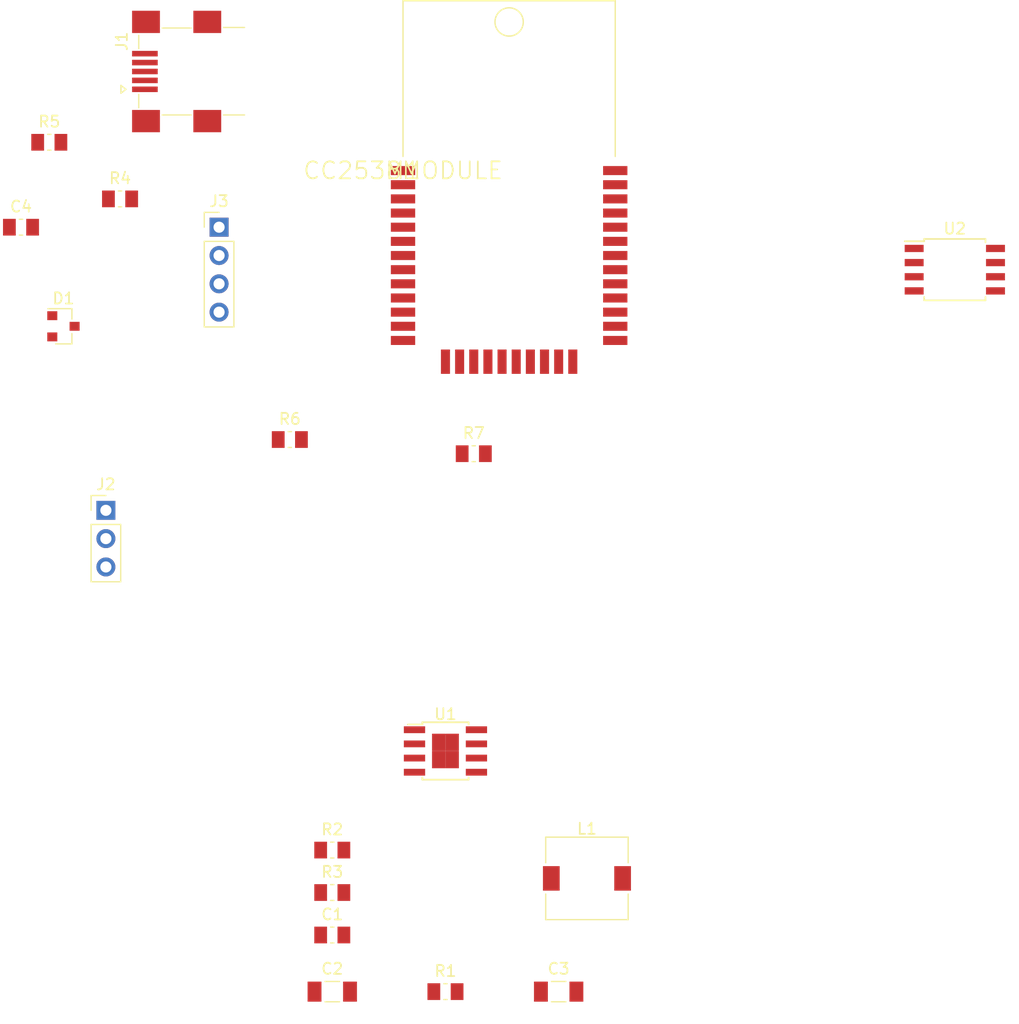
<source format=kicad_pcb>
(kicad_pcb (version 4) (host pcbnew 4.0.7-e2-6376~58~ubuntu14.04.1)

  (general
    (links 57)
    (no_connects 57)
    (area 0 0 0 0)
    (thickness 1.6)
    (drawings 0)
    (tracks 0)
    (zones 0)
    (modules 19)
    (nets 43)
  )

  (page A4)
  (layers
    (0 F.Cu signal)
    (31 B.Cu signal)
    (32 B.Adhes user)
    (33 F.Adhes user)
    (34 B.Paste user)
    (35 F.Paste user)
    (36 B.SilkS user)
    (37 F.SilkS user)
    (38 B.Mask user)
    (39 F.Mask user)
    (40 Dwgs.User user)
    (41 Cmts.User user)
    (42 Eco1.User user)
    (43 Eco2.User user)
    (44 Edge.Cuts user)
    (45 Margin user)
    (46 B.CrtYd user)
    (47 F.CrtYd user)
    (48 B.Fab user)
    (49 F.Fab user)
  )

  (setup
    (last_trace_width 0.25)
    (trace_clearance 0.2)
    (zone_clearance 0.508)
    (zone_45_only no)
    (trace_min 0.2)
    (segment_width 0.2)
    (edge_width 0.15)
    (via_size 0.6)
    (via_drill 0.4)
    (via_min_size 0.4)
    (via_min_drill 0.3)
    (uvia_size 0.3)
    (uvia_drill 0.1)
    (uvias_allowed no)
    (uvia_min_size 0.2)
    (uvia_min_drill 0.1)
    (pcb_text_width 0.3)
    (pcb_text_size 1.5 1.5)
    (mod_edge_width 0.15)
    (mod_text_size 1 1)
    (mod_text_width 0.15)
    (pad_size 1.524 1.524)
    (pad_drill 0.762)
    (pad_to_mask_clearance 0.2)
    (aux_axis_origin 0 0)
    (visible_elements FFFFFF7F)
    (pcbplotparams
      (layerselection 0x00030_80000001)
      (usegerberextensions false)
      (excludeedgelayer true)
      (linewidth 0.100000)
      (plotframeref false)
      (viasonmask false)
      (mode 1)
      (useauxorigin false)
      (hpglpennumber 1)
      (hpglpenspeed 20)
      (hpglpendiameter 15)
      (hpglpenoverlay 2)
      (psnegative false)
      (psa4output false)
      (plotreference true)
      (plotvalue true)
      (plotinvisibletext false)
      (padsonsilk false)
      (subtractmaskfromsilk false)
      (outputformat 1)
      (mirror false)
      (drillshape 1)
      (scaleselection 1)
      (outputdirectory ""))
  )

  (net 0 "")
  (net 1 Vin)
  (net 2 GND)
  (net 3 +3V3)
  (net 4 "Net-(L1-Pad1)")
  (net 5 "Net-(R1-Pad2)")
  (net 6 "Net-(R2-Pad2)")
  (net 7 "Net-(M1-Pad3)")
  (net 8 "Net-(M1-Pad4)")
  (net 9 "Net-(M1-Pad5)")
  (net 10 "Net-(M1-Pad6)")
  (net 11 "Net-(M1-Pad7)")
  (net 12 "Net-(M1-Pad8)")
  (net 13 "Net-(M1-Pad9)")
  (net 14 "Net-(M1-Pad10)")
  (net 15 "Net-(M1-Pad11)")
  (net 16 /USB_P)
  (net 17 "Net-(M1-Pad15)")
  (net 18 "Net-(M1-Pad16)")
  (net 19 "Net-(M1-Pad17)")
  (net 20 "Net-(M1-Pad18)")
  (net 21 "Net-(M1-Pad19)")
  (net 22 "Net-(M1-Pad20)")
  (net 23 /UART0_RX)
  (net 24 /UART0_TX)
  (net 25 /SPI_CLK)
  (net 26 /BOOT)
  (net 27 /SPI_TX_MOSI)
  (net 28 /SPI_RX_MISO)
  (net 29 "Net-(M1-Pad29)")
  (net 30 "Net-(M1-Pad30)")
  (net 31 /SPI_FLASH_CS)
  (net 32 "Net-(M1-Pad32)")
  (net 33 "Net-(M1-Pad33)")
  (net 34 "Net-(M1-Pad34)")
  (net 35 "Net-(M1-Pad35)")
  (net 36 /USB_PULL)
  (net 37 "Net-(J1-Pad3)")
  (net 38 "Net-(J1-Pad2)")
  (net 39 /USB_N)
  (net 40 /EXT_Vin)
  (net 41 /USB_5V)
  (net 42 "Net-(J1-Pad4)")

  (net_class Default "This is the default net class."
    (clearance 0.2)
    (trace_width 0.25)
    (via_dia 0.6)
    (via_drill 0.4)
    (uvia_dia 0.3)
    (uvia_drill 0.1)
    (add_net +3V3)
    (add_net /BOOT)
    (add_net /EXT_Vin)
    (add_net /SPI_CLK)
    (add_net /SPI_FLASH_CS)
    (add_net /SPI_RX_MISO)
    (add_net /SPI_TX_MOSI)
    (add_net /UART0_RX)
    (add_net /UART0_TX)
    (add_net /USB_5V)
    (add_net /USB_N)
    (add_net /USB_P)
    (add_net /USB_PULL)
    (add_net GND)
    (add_net "Net-(J1-Pad2)")
    (add_net "Net-(J1-Pad3)")
    (add_net "Net-(J1-Pad4)")
    (add_net "Net-(L1-Pad1)")
    (add_net "Net-(M1-Pad10)")
    (add_net "Net-(M1-Pad11)")
    (add_net "Net-(M1-Pad15)")
    (add_net "Net-(M1-Pad16)")
    (add_net "Net-(M1-Pad17)")
    (add_net "Net-(M1-Pad18)")
    (add_net "Net-(M1-Pad19)")
    (add_net "Net-(M1-Pad20)")
    (add_net "Net-(M1-Pad29)")
    (add_net "Net-(M1-Pad3)")
    (add_net "Net-(M1-Pad30)")
    (add_net "Net-(M1-Pad32)")
    (add_net "Net-(M1-Pad33)")
    (add_net "Net-(M1-Pad34)")
    (add_net "Net-(M1-Pad35)")
    (add_net "Net-(M1-Pad4)")
    (add_net "Net-(M1-Pad5)")
    (add_net "Net-(M1-Pad6)")
    (add_net "Net-(M1-Pad7)")
    (add_net "Net-(M1-Pad8)")
    (add_net "Net-(M1-Pad9)")
    (add_net "Net-(R1-Pad2)")
    (add_net "Net-(R2-Pad2)")
    (add_net Vin)
  )

  (module Capacitor_SMD:C_0805_2012Metric_Pad1.15x1.50mm_HandSolder (layer F.Cu) (tedit 59FE48B8) (tstamp 5A9C2BF2)
    (at 135.89 109.22)
    (descr "Capacitor SMD 0805 (2012 Metric), square (rectangular) end terminal, IPC_7351 nominal with elongated pad for handsoldering. (Body size source: http://www.tortai-tech.com/upload/download/2011102023233369053.pdf), generated with kicad-footprint-generator")
    (tags "capacitor handsolder")
    (path /5A9BA430)
    (attr smd)
    (fp_text reference C1 (at 0 -1.85) (layer F.SilkS)
      (effects (font (size 1 1) (thickness 0.15)))
    )
    (fp_text value 0.1u (at 0 1.85) (layer F.Fab)
      (effects (font (size 1 1) (thickness 0.15)))
    )
    (fp_line (start -1 0.6) (end -1 -0.6) (layer F.Fab) (width 0.1))
    (fp_line (start -1 -0.6) (end 1 -0.6) (layer F.Fab) (width 0.1))
    (fp_line (start 1 -0.6) (end 1 0.6) (layer F.Fab) (width 0.1))
    (fp_line (start 1 0.6) (end -1 0.6) (layer F.Fab) (width 0.1))
    (fp_line (start -0.15 -0.71) (end 0.15 -0.71) (layer F.SilkS) (width 0.12))
    (fp_line (start -0.15 0.71) (end 0.15 0.71) (layer F.SilkS) (width 0.12))
    (fp_line (start -1.86 1) (end -1.86 -1) (layer F.CrtYd) (width 0.05))
    (fp_line (start -1.86 -1) (end 1.86 -1) (layer F.CrtYd) (width 0.05))
    (fp_line (start 1.86 -1) (end 1.86 1) (layer F.CrtYd) (width 0.05))
    (fp_line (start 1.86 1) (end -1.86 1) (layer F.CrtYd) (width 0.05))
    (fp_text user %R (at 0 0) (layer F.Fab)
      (effects (font (size 0.5 0.5) (thickness 0.08)))
    )
    (pad 1 smd rect (at -1.0425 0) (size 1.145 1.5) (layers F.Cu F.Paste F.Mask)
      (net 1 Vin))
    (pad 2 smd rect (at 1.0425 0) (size 1.145 1.5) (layers F.Cu F.Paste F.Mask)
      (net 2 GND))
    (model ${KISYS3DMOD}/Capacitor_SMD.3dshapes/C_0805_2012Metric.wrl
      (at (xyz 0 0 0))
      (scale (xyz 1 1 1))
      (rotate (xyz 0 0 0))
    )
  )

  (module Capacitor_SMD:C_1206_3216Metric_Pad1.24x1.80mm_HandSolder (layer F.Cu) (tedit 59FE48B8) (tstamp 5A9C2C03)
    (at 135.89 114.3)
    (descr "Capacitor SMD 1206 (3216 Metric), square (rectangular) end terminal, IPC_7351 nominal with elongated pad for handsoldering. (Body size source: http://www.tortai-tech.com/upload/download/2011102023233369053.pdf), generated with kicad-footprint-generator")
    (tags "capacitor handsolder")
    (path /5A9B9C7C)
    (attr smd)
    (fp_text reference C2 (at 0 -2.05) (layer F.SilkS)
      (effects (font (size 1 1) (thickness 0.15)))
    )
    (fp_text value 10u (at 0 2.05) (layer F.Fab)
      (effects (font (size 1 1) (thickness 0.15)))
    )
    (fp_line (start -1.6 0.8) (end -1.6 -0.8) (layer F.Fab) (width 0.1))
    (fp_line (start -1.6 -0.8) (end 1.6 -0.8) (layer F.Fab) (width 0.1))
    (fp_line (start 1.6 -0.8) (end 1.6 0.8) (layer F.Fab) (width 0.1))
    (fp_line (start 1.6 0.8) (end -1.6 0.8) (layer F.Fab) (width 0.1))
    (fp_line (start -0.65 -0.91) (end 0.65 -0.91) (layer F.SilkS) (width 0.12))
    (fp_line (start -0.65 0.91) (end 0.65 0.91) (layer F.SilkS) (width 0.12))
    (fp_line (start -2.46 1.15) (end -2.46 -1.15) (layer F.CrtYd) (width 0.05))
    (fp_line (start -2.46 -1.15) (end 2.46 -1.15) (layer F.CrtYd) (width 0.05))
    (fp_line (start 2.46 -1.15) (end 2.46 1.15) (layer F.CrtYd) (width 0.05))
    (fp_line (start 2.46 1.15) (end -2.46 1.15) (layer F.CrtYd) (width 0.05))
    (fp_text user %R (at 0 0) (layer F.Fab)
      (effects (font (size 0.8 0.8) (thickness 0.12)))
    )
    (pad 1 smd rect (at -1.5925 0) (size 1.245 1.8) (layers F.Cu F.Paste F.Mask)
      (net 1 Vin))
    (pad 2 smd rect (at 1.5925 0) (size 1.245 1.8) (layers F.Cu F.Paste F.Mask)
      (net 2 GND))
    (model ${KISYS3DMOD}/Capacitor_SMD.3dshapes/C_1206_3216Metric.wrl
      (at (xyz 0 0 0))
      (scale (xyz 1 1 1))
      (rotate (xyz 0 0 0))
    )
  )

  (module Capacitor_SMD:C_1206_3216Metric_Pad1.24x1.80mm_HandSolder (layer F.Cu) (tedit 59FE48B8) (tstamp 5A9C2C14)
    (at 156.21 114.3)
    (descr "Capacitor SMD 1206 (3216 Metric), square (rectangular) end terminal, IPC_7351 nominal with elongated pad for handsoldering. (Body size source: http://www.tortai-tech.com/upload/download/2011102023233369053.pdf), generated with kicad-footprint-generator")
    (tags "capacitor handsolder")
    (path /5A9BBF99)
    (attr smd)
    (fp_text reference C3 (at 0 -2.05) (layer F.SilkS)
      (effects (font (size 1 1) (thickness 0.15)))
    )
    (fp_text value 22u (at 0 2.05) (layer F.Fab)
      (effects (font (size 1 1) (thickness 0.15)))
    )
    (fp_line (start -1.6 0.8) (end -1.6 -0.8) (layer F.Fab) (width 0.1))
    (fp_line (start -1.6 -0.8) (end 1.6 -0.8) (layer F.Fab) (width 0.1))
    (fp_line (start 1.6 -0.8) (end 1.6 0.8) (layer F.Fab) (width 0.1))
    (fp_line (start 1.6 0.8) (end -1.6 0.8) (layer F.Fab) (width 0.1))
    (fp_line (start -0.65 -0.91) (end 0.65 -0.91) (layer F.SilkS) (width 0.12))
    (fp_line (start -0.65 0.91) (end 0.65 0.91) (layer F.SilkS) (width 0.12))
    (fp_line (start -2.46 1.15) (end -2.46 -1.15) (layer F.CrtYd) (width 0.05))
    (fp_line (start -2.46 -1.15) (end 2.46 -1.15) (layer F.CrtYd) (width 0.05))
    (fp_line (start 2.46 -1.15) (end 2.46 1.15) (layer F.CrtYd) (width 0.05))
    (fp_line (start 2.46 1.15) (end -2.46 1.15) (layer F.CrtYd) (width 0.05))
    (fp_text user %R (at 0 0) (layer F.Fab)
      (effects (font (size 0.8 0.8) (thickness 0.12)))
    )
    (pad 1 smd rect (at -1.5925 0) (size 1.245 1.8) (layers F.Cu F.Paste F.Mask)
      (net 3 +3V3))
    (pad 2 smd rect (at 1.5925 0) (size 1.245 1.8) (layers F.Cu F.Paste F.Mask)
      (net 2 GND))
    (model ${KISYS3DMOD}/Capacitor_SMD.3dshapes/C_1206_3216Metric.wrl
      (at (xyz 0 0 0))
      (scale (xyz 1 1 1))
      (rotate (xyz 0 0 0))
    )
  )

  (module Inductors_SMD:L_7.3x7.3_H4.5 (layer F.Cu) (tedit 5990349C) (tstamp 5A9C2C2D)
    (at 158.75 104.14)
    (descr "Choke, SMD, 7.3x7.3mm 4.5mm height")
    (tags "Choke SMD")
    (path /5A9BA97D)
    (attr smd)
    (fp_text reference L1 (at 0 -4.45) (layer F.SilkS)
      (effects (font (size 1 1) (thickness 0.15)))
    )
    (fp_text value 3R0 (at 0 4.45) (layer F.Fab)
      (effects (font (size 1 1) (thickness 0.15)))
    )
    (fp_text user %R (at 0 0) (layer F.Fab)
      (effects (font (size 1 1) (thickness 0.15)))
    )
    (fp_line (start 3.7 1.4) (end 3.7 3.7) (layer F.SilkS) (width 0.12))
    (fp_line (start 3.7 3.7) (end -3.7 3.7) (layer F.SilkS) (width 0.12))
    (fp_line (start -3.7 3.7) (end -3.7 1.4) (layer F.SilkS) (width 0.12))
    (fp_line (start -3.7 -1.4) (end -3.7 -3.7) (layer F.SilkS) (width 0.12))
    (fp_line (start -3.7 -3.7) (end 3.7 -3.7) (layer F.SilkS) (width 0.12))
    (fp_line (start 3.7 -3.7) (end 3.7 -1.4) (layer F.SilkS) (width 0.12))
    (fp_line (start -4.2 -3.9) (end -4.2 3.9) (layer F.CrtYd) (width 0.05))
    (fp_line (start -4.2 3.9) (end 4.2 3.9) (layer F.CrtYd) (width 0.05))
    (fp_line (start 4.2 3.9) (end 4.2 -3.9) (layer F.CrtYd) (width 0.05))
    (fp_line (start 4.2 -3.9) (end -4.2 -3.9) (layer F.CrtYd) (width 0.05))
    (fp_line (start 3.65 3.65) (end 3.65 1.4) (layer F.Fab) (width 0.1))
    (fp_line (start 3.65 -3.65) (end 3.65 -1.4) (layer F.Fab) (width 0.1))
    (fp_line (start -3.65 3.65) (end -3.65 1.4) (layer F.Fab) (width 0.1))
    (fp_line (start -3.65 -3.65) (end -3.65 -1.4) (layer F.Fab) (width 0.1))
    (fp_line (start 3.65 3.65) (end -3.65 3.65) (layer F.Fab) (width 0.1))
    (fp_line (start -3.65 -3.65) (end 3.65 -3.65) (layer F.Fab) (width 0.1))
    (fp_arc (start 0 0) (end 2.29 2.29) (angle 90) (layer F.Fab) (width 0.1))
    (fp_arc (start 0 0) (end -2.29 -2.29) (angle 90) (layer F.Fab) (width 0.1))
    (pad 1 smd rect (at -3.2 0) (size 1.5 2.2) (layers F.Cu F.Paste F.Mask)
      (net 4 "Net-(L1-Pad1)"))
    (pad 2 smd rect (at 3.2 0) (size 1.5 2.2) (layers F.Cu F.Paste F.Mask)
      (net 3 +3V3))
    (model ${KISYS3DMOD}/Inductors_SMD.3dshapes/L_7.3x7.3_H4.5.wrl
      (at (xyz 0 0 0))
      (scale (xyz 1 1 1))
      (rotate (xyz 0 0 0))
    )
  )

  (module Resistor_SMD:R_0805_2012Metric_Pad1.15x1.50mm_HandSolder (layer F.Cu) (tedit 59FE48B8) (tstamp 5A9C2C3E)
    (at 146.05 114.3)
    (descr "Resistor SMD 0805 (2012 Metric), square (rectangular) end terminal, IPC_7351 nominal with elongated pad for handsoldering. (Body size source: http://www.tortai-tech.com/upload/download/2011102023233369053.pdf), generated with kicad-footprint-generator")
    (tags "resistor handsolder")
    (path /5A9B9BF1)
    (attr smd)
    (fp_text reference R1 (at 0 -1.85) (layer F.SilkS)
      (effects (font (size 1 1) (thickness 0.15)))
    )
    (fp_text value 10k (at 0 1.85) (layer F.Fab)
      (effects (font (size 1 1) (thickness 0.15)))
    )
    (fp_line (start -1 0.6) (end -1 -0.6) (layer F.Fab) (width 0.1))
    (fp_line (start -1 -0.6) (end 1 -0.6) (layer F.Fab) (width 0.1))
    (fp_line (start 1 -0.6) (end 1 0.6) (layer F.Fab) (width 0.1))
    (fp_line (start 1 0.6) (end -1 0.6) (layer F.Fab) (width 0.1))
    (fp_line (start -0.15 -0.71) (end 0.15 -0.71) (layer F.SilkS) (width 0.12))
    (fp_line (start -0.15 0.71) (end 0.15 0.71) (layer F.SilkS) (width 0.12))
    (fp_line (start -1.86 1) (end -1.86 -1) (layer F.CrtYd) (width 0.05))
    (fp_line (start -1.86 -1) (end 1.86 -1) (layer F.CrtYd) (width 0.05))
    (fp_line (start 1.86 -1) (end 1.86 1) (layer F.CrtYd) (width 0.05))
    (fp_line (start 1.86 1) (end -1.86 1) (layer F.CrtYd) (width 0.05))
    (fp_text user %R (at 0 0) (layer F.Fab)
      (effects (font (size 0.5 0.5) (thickness 0.08)))
    )
    (pad 1 smd rect (at -1.0425 0) (size 1.145 1.5) (layers F.Cu F.Paste F.Mask)
      (net 1 Vin))
    (pad 2 smd rect (at 1.0425 0) (size 1.145 1.5) (layers F.Cu F.Paste F.Mask)
      (net 5 "Net-(R1-Pad2)"))
    (model ${KISYS3DMOD}/Resistor_SMD.3dshapes/R_0805_2012Metric.wrl
      (at (xyz 0 0 0))
      (scale (xyz 1 1 1))
      (rotate (xyz 0 0 0))
    )
  )

  (module Resistor_SMD:R_0805_2012Metric_Pad1.15x1.50mm_HandSolder (layer F.Cu) (tedit 59FE48B8) (tstamp 5A9C2C4F)
    (at 135.89 101.6)
    (descr "Resistor SMD 0805 (2012 Metric), square (rectangular) end terminal, IPC_7351 nominal with elongated pad for handsoldering. (Body size source: http://www.tortai-tech.com/upload/download/2011102023233369053.pdf), generated with kicad-footprint-generator")
    (tags "resistor handsolder")
    (path /5A9BA91C)
    (attr smd)
    (fp_text reference R2 (at 0 -1.85) (layer F.SilkS)
      (effects (font (size 1 1) (thickness 0.15)))
    )
    (fp_text value 62.5k (at 0 1.85) (layer F.Fab)
      (effects (font (size 1 1) (thickness 0.15)))
    )
    (fp_line (start -1 0.6) (end -1 -0.6) (layer F.Fab) (width 0.1))
    (fp_line (start -1 -0.6) (end 1 -0.6) (layer F.Fab) (width 0.1))
    (fp_line (start 1 -0.6) (end 1 0.6) (layer F.Fab) (width 0.1))
    (fp_line (start 1 0.6) (end -1 0.6) (layer F.Fab) (width 0.1))
    (fp_line (start -0.15 -0.71) (end 0.15 -0.71) (layer F.SilkS) (width 0.12))
    (fp_line (start -0.15 0.71) (end 0.15 0.71) (layer F.SilkS) (width 0.12))
    (fp_line (start -1.86 1) (end -1.86 -1) (layer F.CrtYd) (width 0.05))
    (fp_line (start -1.86 -1) (end 1.86 -1) (layer F.CrtYd) (width 0.05))
    (fp_line (start 1.86 -1) (end 1.86 1) (layer F.CrtYd) (width 0.05))
    (fp_line (start 1.86 1) (end -1.86 1) (layer F.CrtYd) (width 0.05))
    (fp_text user %R (at 0 0) (layer F.Fab)
      (effects (font (size 0.5 0.5) (thickness 0.08)))
    )
    (pad 1 smd rect (at -1.0425 0) (size 1.145 1.5) (layers F.Cu F.Paste F.Mask)
      (net 3 +3V3))
    (pad 2 smd rect (at 1.0425 0) (size 1.145 1.5) (layers F.Cu F.Paste F.Mask)
      (net 6 "Net-(R2-Pad2)"))
    (model ${KISYS3DMOD}/Resistor_SMD.3dshapes/R_0805_2012Metric.wrl
      (at (xyz 0 0 0))
      (scale (xyz 1 1 1))
      (rotate (xyz 0 0 0))
    )
  )

  (module Resistor_SMD:R_0805_2012Metric_Pad1.15x1.50mm_HandSolder (layer F.Cu) (tedit 59FE48B8) (tstamp 5A9C2C60)
    (at 135.89 105.41)
    (descr "Resistor SMD 0805 (2012 Metric), square (rectangular) end terminal, IPC_7351 nominal with elongated pad for handsoldering. (Body size source: http://www.tortai-tech.com/upload/download/2011102023233369053.pdf), generated with kicad-footprint-generator")
    (tags "resistor handsolder")
    (path /5A9BADAC)
    (attr smd)
    (fp_text reference R3 (at 0 -1.85) (layer F.SilkS)
      (effects (font (size 1 1) (thickness 0.15)))
    )
    (fp_text value 20k (at 0 1.85) (layer F.Fab)
      (effects (font (size 1 1) (thickness 0.15)))
    )
    (fp_line (start -1 0.6) (end -1 -0.6) (layer F.Fab) (width 0.1))
    (fp_line (start -1 -0.6) (end 1 -0.6) (layer F.Fab) (width 0.1))
    (fp_line (start 1 -0.6) (end 1 0.6) (layer F.Fab) (width 0.1))
    (fp_line (start 1 0.6) (end -1 0.6) (layer F.Fab) (width 0.1))
    (fp_line (start -0.15 -0.71) (end 0.15 -0.71) (layer F.SilkS) (width 0.12))
    (fp_line (start -0.15 0.71) (end 0.15 0.71) (layer F.SilkS) (width 0.12))
    (fp_line (start -1.86 1) (end -1.86 -1) (layer F.CrtYd) (width 0.05))
    (fp_line (start -1.86 -1) (end 1.86 -1) (layer F.CrtYd) (width 0.05))
    (fp_line (start 1.86 -1) (end 1.86 1) (layer F.CrtYd) (width 0.05))
    (fp_line (start 1.86 1) (end -1.86 1) (layer F.CrtYd) (width 0.05))
    (fp_text user %R (at 0 0) (layer F.Fab)
      (effects (font (size 0.5 0.5) (thickness 0.08)))
    )
    (pad 1 smd rect (at -1.0425 0) (size 1.145 1.5) (layers F.Cu F.Paste F.Mask)
      (net 6 "Net-(R2-Pad2)"))
    (pad 2 smd rect (at 1.0425 0) (size 1.145 1.5) (layers F.Cu F.Paste F.Mask)
      (net 2 GND))
    (model ${KISYS3DMOD}/Resistor_SMD.3dshapes/R_0805_2012Metric.wrl
      (at (xyz 0 0 0))
      (scale (xyz 1 1 1))
      (rotate (xyz 0 0 0))
    )
  )

  (module Package_SO:TI_SO-PowerPAD-8 (layer F.Cu) (tedit 5A02F2D3) (tstamp 5A9C2C81)
    (at 146.05 92.71)
    (descr "8-Lead Plastic PSOP, Exposed Die Pad (TI DDA0008B, see http://www.ti.com/lit/ds/symlink/lm3404.pdf)")
    (tags "SSOP 0.50 exposed pad")
    (path /5A9B9B67)
    (attr smd)
    (fp_text reference U1 (at 0 -3.3) (layer F.SilkS)
      (effects (font (size 1 1) (thickness 0.15)))
    )
    (fp_text value ST1S10PHR (at 0 3.4) (layer F.Fab)
      (effects (font (size 1 1) (thickness 0.15)))
    )
    (fp_line (start -0.95 -2.45) (end 1.95 -2.45) (layer F.Fab) (width 0.15))
    (fp_line (start 1.95 -2.45) (end 1.95 2.45) (layer F.Fab) (width 0.15))
    (fp_line (start 1.95 2.45) (end -1.95 2.45) (layer F.Fab) (width 0.15))
    (fp_line (start -1.95 2.45) (end -1.95 -1.45) (layer F.Fab) (width 0.15))
    (fp_line (start -1.95 -1.45) (end -0.95 -2.45) (layer F.Fab) (width 0.15))
    (fp_line (start -4 -2.7) (end -4 2.7) (layer F.CrtYd) (width 0.05))
    (fp_line (start 4 -2.7) (end 4 2.7) (layer F.CrtYd) (width 0.05))
    (fp_line (start -4 -2.7) (end 4 -2.7) (layer F.CrtYd) (width 0.05))
    (fp_line (start -4 2.7) (end 4 2.7) (layer F.CrtYd) (width 0.05))
    (fp_line (start -2.075 -2.575) (end -2.075 -2.375) (layer F.SilkS) (width 0.15))
    (fp_line (start 2.075 -2.575) (end 2.075 -2.375) (layer F.SilkS) (width 0.15))
    (fp_line (start 2.075 2.575) (end 2.075 2.375) (layer F.SilkS) (width 0.15))
    (fp_line (start -2.075 2.575) (end -2.075 2.375) (layer F.SilkS) (width 0.15))
    (fp_line (start -2.075 -2.575) (end 2.075 -2.575) (layer F.SilkS) (width 0.15))
    (fp_line (start -2.075 2.575) (end 2.075 2.575) (layer F.SilkS) (width 0.15))
    (fp_line (start -2.075 -2.375) (end -3.375 -2.375) (layer F.SilkS) (width 0.15))
    (fp_text user %R (at 0 0) (layer F.Fab)
      (effects (font (size 1 1) (thickness 0.15)))
    )
    (pad 1 smd rect (at -2.78 -1.905) (size 1.91 0.61) (layers F.Cu F.Paste F.Mask)
      (net 1 Vin))
    (pad 2 smd rect (at -2.78 -0.635) (size 1.91 0.61) (layers F.Cu F.Paste F.Mask)
      (net 5 "Net-(R1-Pad2)"))
    (pad 3 smd rect (at -2.78 0.635) (size 1.91 0.61) (layers F.Cu F.Paste F.Mask)
      (net 6 "Net-(R2-Pad2)"))
    (pad 4 smd rect (at -2.78 1.905) (size 1.91 0.61) (layers F.Cu F.Paste F.Mask)
      (net 2 GND))
    (pad 5 smd rect (at 2.78 1.905) (size 1.91 0.61) (layers F.Cu F.Paste F.Mask)
      (net 2 GND))
    (pad 6 smd rect (at 2.78 0.635) (size 1.91 0.61) (layers F.Cu F.Paste F.Mask)
      (net 1 Vin))
    (pad 7 smd rect (at 2.78 -0.635) (size 1.91 0.61) (layers F.Cu F.Paste F.Mask)
      (net 4 "Net-(L1-Pad1)"))
    (pad 8 smd rect (at 2.78 -1.905) (size 1.91 0.61) (layers F.Cu F.Paste F.Mask)
      (net 2 GND))
    (pad 9 smd rect (at 0.6025 0.775) (size 1.205 1.55) (layers F.Cu F.Paste F.Mask)
      (net 2 GND) (solder_paste_margin_ratio -0.2))
    (pad 9 smd rect (at 0.6025 -0.775) (size 1.205 1.55) (layers F.Cu F.Paste F.Mask)
      (net 2 GND) (solder_paste_margin_ratio -0.2))
    (pad 9 smd rect (at -0.6025 0.775) (size 1.205 1.55) (layers F.Cu F.Paste F.Mask)
      (net 2 GND) (solder_paste_margin_ratio -0.2))
    (pad 9 smd rect (at -0.6025 -0.775) (size 1.205 1.55) (layers F.Cu F.Paste F.Mask)
      (net 2 GND) (solder_paste_margin_ratio -0.2))
    (model ${KISYS3DMOD}/Package_SO.3dshapes/TI_SO-PowerPAD-8.wrl
      (at (xyz 0 0 0))
      (scale (xyz 1 1 1))
      (rotate (xyz 0 0 0))
    )
  )

  (module Capacitor_SMD:C_0805_2012Metric_Pad1.15x1.50mm_HandSolder (layer F.Cu) (tedit 59FE48B8) (tstamp 5A9C54C6)
    (at 107.95 45.72)
    (descr "Capacitor SMD 0805 (2012 Metric), square (rectangular) end terminal, IPC_7351 nominal with elongated pad for handsoldering. (Body size source: http://www.tortai-tech.com/upload/download/2011102023233369053.pdf), generated with kicad-footprint-generator")
    (tags "capacitor handsolder")
    (path /5A9C3D26)
    (attr smd)
    (fp_text reference C4 (at 0 -1.85) (layer F.SilkS)
      (effects (font (size 1 1) (thickness 0.15)))
    )
    (fp_text value 0.1u (at 0 1.85) (layer F.Fab)
      (effects (font (size 1 1) (thickness 0.15)))
    )
    (fp_line (start -1 0.6) (end -1 -0.6) (layer F.Fab) (width 0.1))
    (fp_line (start -1 -0.6) (end 1 -0.6) (layer F.Fab) (width 0.1))
    (fp_line (start 1 -0.6) (end 1 0.6) (layer F.Fab) (width 0.1))
    (fp_line (start 1 0.6) (end -1 0.6) (layer F.Fab) (width 0.1))
    (fp_line (start -0.15 -0.71) (end 0.15 -0.71) (layer F.SilkS) (width 0.12))
    (fp_line (start -0.15 0.71) (end 0.15 0.71) (layer F.SilkS) (width 0.12))
    (fp_line (start -1.86 1) (end -1.86 -1) (layer F.CrtYd) (width 0.05))
    (fp_line (start -1.86 -1) (end 1.86 -1) (layer F.CrtYd) (width 0.05))
    (fp_line (start 1.86 -1) (end 1.86 1) (layer F.CrtYd) (width 0.05))
    (fp_line (start 1.86 1) (end -1.86 1) (layer F.CrtYd) (width 0.05))
    (fp_text user %R (at 0 0) (layer F.Fab)
      (effects (font (size 0.5 0.5) (thickness 0.08)))
    )
    (pad 1 smd rect (at -1.0425 0) (size 1.145 1.5) (layers F.Cu F.Paste F.Mask)
      (net 3 +3V3))
    (pad 2 smd rect (at 1.0425 0) (size 1.145 1.5) (layers F.Cu F.Paste F.Mask)
      (net 2 GND))
    (model ${KISYS3DMOD}/Capacitor_SMD.3dshapes/C_0805_2012Metric.wrl
      (at (xyz 0 0 0))
      (scale (xyz 1 1 1))
      (rotate (xyz 0 0 0))
    )
  )

  (module Package_TO_SOT_SMD:SOT-23 (layer F.Cu) (tedit 5A02FF57) (tstamp 5A9C54DB)
    (at 111.76 54.61)
    (descr "SOT-23, Standard")
    (tags SOT-23)
    (path /5A9CC512)
    (attr smd)
    (fp_text reference D1 (at 0 -2.5) (layer F.SilkS)
      (effects (font (size 1 1) (thickness 0.15)))
    )
    (fp_text value BAT54C (at 0 2.5) (layer F.Fab)
      (effects (font (size 1 1) (thickness 0.15)))
    )
    (fp_text user %R (at 0 0 90) (layer F.Fab)
      (effects (font (size 0.5 0.5) (thickness 0.075)))
    )
    (fp_line (start -0.7 -0.95) (end -0.7 1.5) (layer F.Fab) (width 0.1))
    (fp_line (start -0.15 -1.52) (end 0.7 -1.52) (layer F.Fab) (width 0.1))
    (fp_line (start -0.7 -0.95) (end -0.15 -1.52) (layer F.Fab) (width 0.1))
    (fp_line (start 0.7 -1.52) (end 0.7 1.52) (layer F.Fab) (width 0.1))
    (fp_line (start -0.7 1.52) (end 0.7 1.52) (layer F.Fab) (width 0.1))
    (fp_line (start 0.76 1.58) (end 0.76 0.65) (layer F.SilkS) (width 0.12))
    (fp_line (start 0.76 -1.58) (end 0.76 -0.65) (layer F.SilkS) (width 0.12))
    (fp_line (start -1.7 -1.75) (end 1.7 -1.75) (layer F.CrtYd) (width 0.05))
    (fp_line (start 1.7 -1.75) (end 1.7 1.75) (layer F.CrtYd) (width 0.05))
    (fp_line (start 1.7 1.75) (end -1.7 1.75) (layer F.CrtYd) (width 0.05))
    (fp_line (start -1.7 1.75) (end -1.7 -1.75) (layer F.CrtYd) (width 0.05))
    (fp_line (start 0.76 -1.58) (end -1.4 -1.58) (layer F.SilkS) (width 0.12))
    (fp_line (start 0.76 1.58) (end -0.7 1.58) (layer F.SilkS) (width 0.12))
    (pad 1 smd rect (at -1 -0.95) (size 0.9 0.8) (layers F.Cu F.Paste F.Mask)
      (net 40 /EXT_Vin))
    (pad 2 smd rect (at -1 0.95) (size 0.9 0.8) (layers F.Cu F.Paste F.Mask)
      (net 41 /USB_5V))
    (pad 3 smd rect (at 1 0) (size 0.9 0.8) (layers F.Cu F.Paste F.Mask)
      (net 1 Vin))
    (model ${KISYS3DMOD}/Package_TO_SOT_SMD.3dshapes/SOT-23.wrl
      (at (xyz 0 0 0))
      (scale (xyz 1 1 1))
      (rotate (xyz 0 0 0))
    )
  )

  (module 0_levap_rf:0_levap_rf-CC2538MODULE (layer F.Cu) (tedit 200000) (tstamp 5A9C5507)
    (at 142.24 40.64)
    (path /5A9C2B04)
    (attr smd)
    (fp_text reference M1 (at 0 0) (layer F.SilkS)
      (effects (font (thickness 0.15)))
    )
    (fp_text value CC2538MODULE (at 0 0) (layer F.SilkS)
      (effects (font (thickness 0.15)))
    )
    (fp_line (start 0 -15.24) (end 19.05 -15.24) (layer F.SilkS) (width 0.127))
    (fp_line (start 0 -15.24) (end 0 -1.27) (layer F.SilkS) (width 0.127))
    (fp_line (start 19.05 -15.24) (end 19.05 -1.27) (layer F.SilkS) (width 0.127))
    (fp_circle (center 9.525 -13.335) (end 9.525 -14.605) (layer F.SilkS) (width 0.127))
    (pad 1 smd rect (at 0 0) (size 2.18186 0.8128) (layers F.Cu F.Paste F.Mask)
      (net 3 +3V3))
    (pad 2 smd rect (at 0 1.27) (size 2.18186 0.8128) (layers F.Cu F.Paste F.Mask)
      (net 2 GND))
    (pad 3 smd rect (at 0 2.54) (size 2.18186 0.8128) (layers F.Cu F.Paste F.Mask)
      (net 7 "Net-(M1-Pad3)"))
    (pad 4 smd rect (at 0 3.81) (size 2.18186 0.8128) (layers F.Cu F.Paste F.Mask)
      (net 8 "Net-(M1-Pad4)"))
    (pad 5 smd rect (at 0 5.08) (size 2.18186 0.8128) (layers F.Cu F.Paste F.Mask)
      (net 9 "Net-(M1-Pad5)"))
    (pad 6 smd rect (at 0 6.35) (size 2.18186 0.8128) (layers F.Cu F.Paste F.Mask)
      (net 10 "Net-(M1-Pad6)"))
    (pad 7 smd rect (at 0 7.62) (size 2.18186 0.8128) (layers F.Cu F.Paste F.Mask)
      (net 11 "Net-(M1-Pad7)"))
    (pad 8 smd rect (at 0 8.89) (size 2.18186 0.8128) (layers F.Cu F.Paste F.Mask)
      (net 12 "Net-(M1-Pad8)"))
    (pad 9 smd rect (at 0 10.16) (size 2.18186 0.8128) (layers F.Cu F.Paste F.Mask)
      (net 13 "Net-(M1-Pad9)"))
    (pad 10 smd rect (at 0 11.43) (size 2.18186 0.8128) (layers F.Cu F.Paste F.Mask)
      (net 14 "Net-(M1-Pad10)"))
    (pad 11 smd rect (at 0 12.7) (size 2.18186 0.8128) (layers F.Cu F.Paste F.Mask)
      (net 15 "Net-(M1-Pad11)"))
    (pad 12 smd rect (at 0 13.97) (size 2.18186 0.8128) (layers F.Cu F.Paste F.Mask)
      (net 16 /USB_P))
    (pad 13 smd rect (at 0 15.24) (size 2.18186 0.8128) (layers F.Cu F.Paste F.Mask)
      (net 39 /USB_N))
    (pad 14 smd rect (at 3.81 17.145 90) (size 2.18186 0.8128) (layers F.Cu F.Paste F.Mask)
      (net 2 GND))
    (pad 15 smd rect (at 5.08 17.145 90) (size 2.18186 0.8128) (layers F.Cu F.Paste F.Mask)
      (net 17 "Net-(M1-Pad15)"))
    (pad 16 smd rect (at 6.35 17.145 90) (size 2.18186 0.8128) (layers F.Cu F.Paste F.Mask)
      (net 18 "Net-(M1-Pad16)"))
    (pad 17 smd rect (at 7.62 17.145 90) (size 2.18186 0.8128) (layers F.Cu F.Paste F.Mask)
      (net 19 "Net-(M1-Pad17)"))
    (pad 18 smd rect (at 8.89 17.145 90) (size 2.18186 0.8128) (layers F.Cu F.Paste F.Mask)
      (net 20 "Net-(M1-Pad18)"))
    (pad 19 smd rect (at 10.16 17.145 90) (size 2.18186 0.8128) (layers F.Cu F.Paste F.Mask)
      (net 21 "Net-(M1-Pad19)"))
    (pad 20 smd rect (at 11.43 17.145 90) (size 2.18186 0.8128) (layers F.Cu F.Paste F.Mask)
      (net 22 "Net-(M1-Pad20)"))
    (pad 21 smd rect (at 12.7 17.145 90) (size 2.18186 0.8128) (layers F.Cu F.Paste F.Mask)
      (net 36 /USB_PULL))
    (pad 22 smd rect (at 13.97 17.145 90) (size 2.18186 0.8128) (layers F.Cu F.Paste F.Mask)
      (net 23 /UART0_RX))
    (pad 23 smd rect (at 15.24 17.145 90) (size 2.18186 0.8128) (layers F.Cu F.Paste F.Mask)
      (net 24 /UART0_TX))
    (pad 24 smd rect (at 19.05 15.24) (size 2.18186 0.8128) (layers F.Cu F.Paste F.Mask)
      (net 2 GND))
    (pad 25 smd rect (at 19.05 13.97) (size 2.18186 0.8128) (layers F.Cu F.Paste F.Mask)
      (net 25 /SPI_CLK))
    (pad 26 smd rect (at 19.05 12.7) (size 2.18186 0.8128) (layers F.Cu F.Paste F.Mask)
      (net 26 /BOOT))
    (pad 27 smd rect (at 19.05 11.43) (size 2.18186 0.8128) (layers F.Cu F.Paste F.Mask)
      (net 27 /SPI_TX_MOSI))
    (pad 28 smd rect (at 19.05 10.16) (size 2.18186 0.8128) (layers F.Cu F.Paste F.Mask)
      (net 28 /SPI_RX_MISO))
    (pad 29 smd rect (at 19.05 8.89) (size 2.18186 0.8128) (layers F.Cu F.Paste F.Mask)
      (net 29 "Net-(M1-Pad29)"))
    (pad 30 smd rect (at 19.05 7.62) (size 2.18186 0.8128) (layers F.Cu F.Paste F.Mask)
      (net 30 "Net-(M1-Pad30)"))
    (pad 31 smd rect (at 19.05 6.35) (size 2.18186 0.8128) (layers F.Cu F.Paste F.Mask)
      (net 31 /SPI_FLASH_CS))
    (pad 32 smd rect (at 19.05 5.08) (size 2.18186 0.8128) (layers F.Cu F.Paste F.Mask)
      (net 32 "Net-(M1-Pad32)"))
    (pad 33 smd rect (at 19.05 3.81) (size 2.18186 0.8128) (layers F.Cu F.Paste F.Mask)
      (net 33 "Net-(M1-Pad33)"))
    (pad 34 smd rect (at 19.05 2.54) (size 2.18186 0.8128) (layers F.Cu F.Paste F.Mask)
      (net 34 "Net-(M1-Pad34)"))
    (pad 35 smd rect (at 19.05 1.27) (size 2.18186 0.8128) (layers F.Cu F.Paste F.Mask)
      (net 35 "Net-(M1-Pad35)"))
    (pad 36 smd rect (at 19.05 0) (size 2.18186 0.8128) (layers F.Cu F.Paste F.Mask)
      (net 2 GND))
  )

  (module Resistor_SMD:R_0805_2012Metric_Pad1.15x1.50mm_HandSolder (layer F.Cu) (tedit 59FE48B8) (tstamp 5A9C5518)
    (at 116.84 43.18)
    (descr "Resistor SMD 0805 (2012 Metric), square (rectangular) end terminal, IPC_7351 nominal with elongated pad for handsoldering. (Body size source: http://www.tortai-tech.com/upload/download/2011102023233369053.pdf), generated with kicad-footprint-generator")
    (tags "resistor handsolder")
    (path /5A9CCB3B)
    (attr smd)
    (fp_text reference R4 (at 0 -1.85) (layer F.SilkS)
      (effects (font (size 1 1) (thickness 0.15)))
    )
    (fp_text value 1.5k (at 0 1.85) (layer F.Fab)
      (effects (font (size 1 1) (thickness 0.15)))
    )
    (fp_line (start -1 0.6) (end -1 -0.6) (layer F.Fab) (width 0.1))
    (fp_line (start -1 -0.6) (end 1 -0.6) (layer F.Fab) (width 0.1))
    (fp_line (start 1 -0.6) (end 1 0.6) (layer F.Fab) (width 0.1))
    (fp_line (start 1 0.6) (end -1 0.6) (layer F.Fab) (width 0.1))
    (fp_line (start -0.15 -0.71) (end 0.15 -0.71) (layer F.SilkS) (width 0.12))
    (fp_line (start -0.15 0.71) (end 0.15 0.71) (layer F.SilkS) (width 0.12))
    (fp_line (start -1.86 1) (end -1.86 -1) (layer F.CrtYd) (width 0.05))
    (fp_line (start -1.86 -1) (end 1.86 -1) (layer F.CrtYd) (width 0.05))
    (fp_line (start 1.86 -1) (end 1.86 1) (layer F.CrtYd) (width 0.05))
    (fp_line (start 1.86 1) (end -1.86 1) (layer F.CrtYd) (width 0.05))
    (fp_text user %R (at 0 0) (layer F.Fab)
      (effects (font (size 0.5 0.5) (thickness 0.08)))
    )
    (pad 1 smd rect (at -1.0425 0) (size 1.145 1.5) (layers F.Cu F.Paste F.Mask)
      (net 36 /USB_PULL))
    (pad 2 smd rect (at 1.0425 0) (size 1.145 1.5) (layers F.Cu F.Paste F.Mask)
      (net 37 "Net-(J1-Pad3)"))
    (model ${KISYS3DMOD}/Resistor_SMD.3dshapes/R_0805_2012Metric.wrl
      (at (xyz 0 0 0))
      (scale (xyz 1 1 1))
      (rotate (xyz 0 0 0))
    )
  )

  (module Resistor_SMD:R_0805_2012Metric_Pad1.15x1.50mm_HandSolder (layer F.Cu) (tedit 59FE48B8) (tstamp 5A9C5529)
    (at 110.49 38.1)
    (descr "Resistor SMD 0805 (2012 Metric), square (rectangular) end terminal, IPC_7351 nominal with elongated pad for handsoldering. (Body size source: http://www.tortai-tech.com/upload/download/2011102023233369053.pdf), generated with kicad-footprint-generator")
    (tags "resistor handsolder")
    (path /5A9CCCB6)
    (attr smd)
    (fp_text reference R5 (at 0 -1.85) (layer F.SilkS)
      (effects (font (size 1 1) (thickness 0.15)))
    )
    (fp_text value 33 (at 0 1.85) (layer F.Fab)
      (effects (font (size 1 1) (thickness 0.15)))
    )
    (fp_line (start -1 0.6) (end -1 -0.6) (layer F.Fab) (width 0.1))
    (fp_line (start -1 -0.6) (end 1 -0.6) (layer F.Fab) (width 0.1))
    (fp_line (start 1 -0.6) (end 1 0.6) (layer F.Fab) (width 0.1))
    (fp_line (start 1 0.6) (end -1 0.6) (layer F.Fab) (width 0.1))
    (fp_line (start -0.15 -0.71) (end 0.15 -0.71) (layer F.SilkS) (width 0.12))
    (fp_line (start -0.15 0.71) (end 0.15 0.71) (layer F.SilkS) (width 0.12))
    (fp_line (start -1.86 1) (end -1.86 -1) (layer F.CrtYd) (width 0.05))
    (fp_line (start -1.86 -1) (end 1.86 -1) (layer F.CrtYd) (width 0.05))
    (fp_line (start 1.86 -1) (end 1.86 1) (layer F.CrtYd) (width 0.05))
    (fp_line (start 1.86 1) (end -1.86 1) (layer F.CrtYd) (width 0.05))
    (fp_text user %R (at 0 0) (layer F.Fab)
      (effects (font (size 0.5 0.5) (thickness 0.08)))
    )
    (pad 1 smd rect (at -1.0425 0) (size 1.145 1.5) (layers F.Cu F.Paste F.Mask)
      (net 37 "Net-(J1-Pad3)"))
    (pad 2 smd rect (at 1.0425 0) (size 1.145 1.5) (layers F.Cu F.Paste F.Mask)
      (net 16 /USB_P))
    (model ${KISYS3DMOD}/Resistor_SMD.3dshapes/R_0805_2012Metric.wrl
      (at (xyz 0 0 0))
      (scale (xyz 1 1 1))
      (rotate (xyz 0 0 0))
    )
  )

  (module Resistor_SMD:R_0805_2012Metric_Pad1.15x1.50mm_HandSolder (layer F.Cu) (tedit 59FE48B8) (tstamp 5A9C553A)
    (at 132.08 64.77)
    (descr "Resistor SMD 0805 (2012 Metric), square (rectangular) end terminal, IPC_7351 nominal with elongated pad for handsoldering. (Body size source: http://www.tortai-tech.com/upload/download/2011102023233369053.pdf), generated with kicad-footprint-generator")
    (tags "resistor handsolder")
    (path /5A9CD0DA)
    (attr smd)
    (fp_text reference R6 (at 0 -1.85) (layer F.SilkS)
      (effects (font (size 1 1) (thickness 0.15)))
    )
    (fp_text value 33 (at 0 1.85) (layer F.Fab)
      (effects (font (size 1 1) (thickness 0.15)))
    )
    (fp_line (start -1 0.6) (end -1 -0.6) (layer F.Fab) (width 0.1))
    (fp_line (start -1 -0.6) (end 1 -0.6) (layer F.Fab) (width 0.1))
    (fp_line (start 1 -0.6) (end 1 0.6) (layer F.Fab) (width 0.1))
    (fp_line (start 1 0.6) (end -1 0.6) (layer F.Fab) (width 0.1))
    (fp_line (start -0.15 -0.71) (end 0.15 -0.71) (layer F.SilkS) (width 0.12))
    (fp_line (start -0.15 0.71) (end 0.15 0.71) (layer F.SilkS) (width 0.12))
    (fp_line (start -1.86 1) (end -1.86 -1) (layer F.CrtYd) (width 0.05))
    (fp_line (start -1.86 -1) (end 1.86 -1) (layer F.CrtYd) (width 0.05))
    (fp_line (start 1.86 -1) (end 1.86 1) (layer F.CrtYd) (width 0.05))
    (fp_line (start 1.86 1) (end -1.86 1) (layer F.CrtYd) (width 0.05))
    (fp_text user %R (at 0 0) (layer F.Fab)
      (effects (font (size 0.5 0.5) (thickness 0.08)))
    )
    (pad 1 smd rect (at -1.0425 0) (size 1.145 1.5) (layers F.Cu F.Paste F.Mask)
      (net 38 "Net-(J1-Pad2)"))
    (pad 2 smd rect (at 1.0425 0) (size 1.145 1.5) (layers F.Cu F.Paste F.Mask)
      (net 39 /USB_N))
    (model ${KISYS3DMOD}/Resistor_SMD.3dshapes/R_0805_2012Metric.wrl
      (at (xyz 0 0 0))
      (scale (xyz 1 1 1))
      (rotate (xyz 0 0 0))
    )
  )

  (module Resistor_SMD:R_0805_2012Metric_Pad1.15x1.50mm_HandSolder (layer F.Cu) (tedit 59FE48B8) (tstamp 5A9C554B)
    (at 148.59 66.04)
    (descr "Resistor SMD 0805 (2012 Metric), square (rectangular) end terminal, IPC_7351 nominal with elongated pad for handsoldering. (Body size source: http://www.tortai-tech.com/upload/download/2011102023233369053.pdf), generated with kicad-footprint-generator")
    (tags "resistor handsolder")
    (path /5A9C68C3)
    (attr smd)
    (fp_text reference R7 (at 0 -1.85) (layer F.SilkS)
      (effects (font (size 1 1) (thickness 0.15)))
    )
    (fp_text value 10k (at 0 1.85) (layer F.Fab)
      (effects (font (size 1 1) (thickness 0.15)))
    )
    (fp_line (start -1 0.6) (end -1 -0.6) (layer F.Fab) (width 0.1))
    (fp_line (start -1 -0.6) (end 1 -0.6) (layer F.Fab) (width 0.1))
    (fp_line (start 1 -0.6) (end 1 0.6) (layer F.Fab) (width 0.1))
    (fp_line (start 1 0.6) (end -1 0.6) (layer F.Fab) (width 0.1))
    (fp_line (start -0.15 -0.71) (end 0.15 -0.71) (layer F.SilkS) (width 0.12))
    (fp_line (start -0.15 0.71) (end 0.15 0.71) (layer F.SilkS) (width 0.12))
    (fp_line (start -1.86 1) (end -1.86 -1) (layer F.CrtYd) (width 0.05))
    (fp_line (start -1.86 -1) (end 1.86 -1) (layer F.CrtYd) (width 0.05))
    (fp_line (start 1.86 -1) (end 1.86 1) (layer F.CrtYd) (width 0.05))
    (fp_line (start 1.86 1) (end -1.86 1) (layer F.CrtYd) (width 0.05))
    (fp_text user %R (at 0 0) (layer F.Fab)
      (effects (font (size 0.5 0.5) (thickness 0.08)))
    )
    (pad 1 smd rect (at -1.0425 0) (size 1.145 1.5) (layers F.Cu F.Paste F.Mask)
      (net 31 /SPI_FLASH_CS))
    (pad 2 smd rect (at 1.0425 0) (size 1.145 1.5) (layers F.Cu F.Paste F.Mask)
      (net 2 GND))
    (model ${KISYS3DMOD}/Resistor_SMD.3dshapes/R_0805_2012Metric.wrl
      (at (xyz 0 0 0))
      (scale (xyz 1 1 1))
      (rotate (xyz 0 0 0))
    )
  )

  (module Package_SO:SOIJ-8_5.3x5.3mm_P1.27mm (layer F.Cu) (tedit 5A02F2D3) (tstamp 5A9C5568)
    (at 191.77 49.53)
    (descr "8-Lead Plastic Small Outline (SM) - Medium, 5.28 mm Body [SOIC] (see Microchip Packaging Specification 00000049BS.pdf)")
    (tags "SOIC 1.27")
    (path /5A9BED7D)
    (attr smd)
    (fp_text reference U2 (at 0 -3.68) (layer F.SilkS)
      (effects (font (size 1 1) (thickness 0.15)))
    )
    (fp_text value M25PX32-VMW (at 0 3.68) (layer F.Fab)
      (effects (font (size 1 1) (thickness 0.15)))
    )
    (fp_text user %R (at 0 0) (layer F.Fab)
      (effects (font (size 1 1) (thickness 0.15)))
    )
    (fp_line (start -1.65 -2.65) (end 2.65 -2.65) (layer F.Fab) (width 0.15))
    (fp_line (start 2.65 -2.65) (end 2.65 2.65) (layer F.Fab) (width 0.15))
    (fp_line (start 2.65 2.65) (end -2.65 2.65) (layer F.Fab) (width 0.15))
    (fp_line (start -2.65 2.65) (end -2.65 -1.65) (layer F.Fab) (width 0.15))
    (fp_line (start -2.65 -1.65) (end -1.65 -2.65) (layer F.Fab) (width 0.15))
    (fp_line (start -4.75 -2.95) (end -4.75 2.95) (layer F.CrtYd) (width 0.05))
    (fp_line (start 4.75 -2.95) (end 4.75 2.95) (layer F.CrtYd) (width 0.05))
    (fp_line (start -4.75 -2.95) (end 4.75 -2.95) (layer F.CrtYd) (width 0.05))
    (fp_line (start -4.75 2.95) (end 4.75 2.95) (layer F.CrtYd) (width 0.05))
    (fp_line (start -2.75 -2.755) (end -2.75 -2.55) (layer F.SilkS) (width 0.15))
    (fp_line (start 2.75 -2.755) (end 2.75 -2.455) (layer F.SilkS) (width 0.15))
    (fp_line (start 2.75 2.755) (end 2.75 2.455) (layer F.SilkS) (width 0.15))
    (fp_line (start -2.75 2.755) (end -2.75 2.455) (layer F.SilkS) (width 0.15))
    (fp_line (start -2.75 -2.755) (end 2.75 -2.755) (layer F.SilkS) (width 0.15))
    (fp_line (start -2.75 2.755) (end 2.75 2.755) (layer F.SilkS) (width 0.15))
    (fp_line (start -2.75 -2.55) (end -4.5 -2.55) (layer F.SilkS) (width 0.15))
    (pad 1 smd rect (at -3.65 -1.905) (size 1.7 0.65) (layers F.Cu F.Paste F.Mask)
      (net 31 /SPI_FLASH_CS))
    (pad 2 smd rect (at -3.65 -0.635) (size 1.7 0.65) (layers F.Cu F.Paste F.Mask)
      (net 28 /SPI_RX_MISO))
    (pad 3 smd rect (at -3.65 0.635) (size 1.7 0.65) (layers F.Cu F.Paste F.Mask)
      (net 3 +3V3))
    (pad 4 smd rect (at -3.65 1.905) (size 1.7 0.65) (layers F.Cu F.Paste F.Mask)
      (net 2 GND))
    (pad 5 smd rect (at 3.65 1.905) (size 1.7 0.65) (layers F.Cu F.Paste F.Mask)
      (net 27 /SPI_TX_MOSI))
    (pad 6 smd rect (at 3.65 0.635) (size 1.7 0.65) (layers F.Cu F.Paste F.Mask)
      (net 25 /SPI_CLK))
    (pad 7 smd rect (at 3.65 -0.635) (size 1.7 0.65) (layers F.Cu F.Paste F.Mask)
      (net 3 +3V3))
    (pad 8 smd rect (at 3.65 -1.905) (size 1.7 0.65) (layers F.Cu F.Paste F.Mask)
      (net 3 +3V3))
    (model ${KISYS3DMOD}/Package_SO.3dshapes/SOIJ-8_5.3x5.3mm_P1.27mm.wrl
      (at (xyz 0 0 0))
      (scale (xyz 1 1 1))
      (rotate (xyz 0 0 0))
    )
  )

  (module Connector_USB:USB_Mini-B_Lumber_2486_Horizontal (layer F.Cu) (tedit 5A1DC0BD) (tstamp 5A9DD86D)
    (at 121.92 31.75 90)
    (descr "USB Mini-B 5-pin SMD connector, http://cdn-reichelt.de/documents/datenblatt/C160/DS_2486_01.pdf")
    (tags "USB USB_B USB_Mini connector")
    (path /5A9CB62C)
    (attr smd)
    (fp_text reference J1 (at 2.70901 -4.925334 90) (layer F.SilkS)
      (effects (font (size 1 1) (thickness 0.15)))
    )
    (fp_text value USB_B_Mini (at 0.00901 7.174666 90) (layer F.Fab)
      (effects (font (size 1 1) (thickness 0.15)))
    )
    (fp_text user %R (at 0 1.35 180) (layer F.Fab)
      (effects (font (size 1 1) (thickness 0.15)))
    )
    (fp_line (start 3.95 6.1) (end 3.95 4.2) (layer F.SilkS) (width 0.12))
    (fp_line (start 3.9 1.3) (end 3.9 -1.3) (layer F.SilkS) (width 0.12))
    (fp_line (start 2.05 -3.4) (end 3.25 -3.4) (layer F.SilkS) (width 0.12))
    (fp_line (start -3.25 -3.4) (end -2.05 -3.4) (layer F.SilkS) (width 0.12))
    (fp_line (start -3.9 1.3) (end -3.9 -1.3) (layer F.SilkS) (width 0.12))
    (fp_line (start -3.9 6.1) (end -3.9 4.2) (layer F.SilkS) (width 0.12))
    (fp_line (start -3 -3.35) (end -3.85 -2.45) (layer F.Fab) (width 0.12))
    (fp_line (start 3.85 6.05) (end 3.85 -3.35) (layer F.Fab) (width 0.12))
    (fp_line (start -3.85 6.05) (end 3.85 6.05) (layer F.Fab) (width 0.12))
    (fp_line (start -3.85 -2.45) (end -3.85 6.05) (layer F.Fab) (width 0.12))
    (fp_line (start -1.25 -5) (end -1.6 -4.55) (layer F.SilkS) (width 0.12))
    (fp_line (start -1.95 -5) (end -1.25 -5) (layer F.SilkS) (width 0.12))
    (fp_line (start -1.6 -4.55) (end -1.95 -5) (layer F.SilkS) (width 0.12))
    (fp_line (start -3 -3.35) (end 3.85 -3.35) (layer F.Fab) (width 0.12))
    (fp_line (start -5.7 6.3) (end -5.7 -4.25) (layer F.CrtYd) (width 0.05))
    (fp_line (start -5.7 6.3) (end 5.7 6.3) (layer F.CrtYd) (width 0.05))
    (fp_line (start 5.7 -4.25) (end -5.7 -4.25) (layer F.CrtYd) (width 0.05))
    (fp_line (start 5.7 -4.25) (end 5.7 6.3) (layer F.CrtYd) (width 0.05))
    (pad 1 smd rect (at -1.6 -2.85 180) (size 2.3 0.5) (layers F.Cu F.Paste F.Mask)
      (net 41 /USB_5V))
    (pad 2 smd rect (at -0.8 -2.85 180) (size 2.3 0.5) (layers F.Cu F.Paste F.Mask)
      (net 38 "Net-(J1-Pad2)"))
    (pad 3 smd rect (at 0 -2.85 180) (size 2.3 0.5) (layers F.Cu F.Paste F.Mask)
      (net 37 "Net-(J1-Pad3)"))
    (pad 4 smd rect (at 0.8 -2.85 180) (size 2.3 0.5) (layers F.Cu F.Paste F.Mask)
      (net 42 "Net-(J1-Pad4)"))
    (pad 5 smd rect (at 1.6 -2.85 180) (size 2.3 0.5) (layers F.Cu F.Paste F.Mask)
      (net 2 GND))
    (pad 6 smd rect (at -4.45 -2.75 180) (size 2.5 2) (layers F.Cu F.Paste F.Mask)
      (net 2 GND))
    (pad 6 smd rect (at -4.45 2.75 180) (size 2.5 2) (layers F.Cu F.Paste F.Mask)
      (net 2 GND))
    (pad 6 smd rect (at 4.45 -2.75 180) (size 2.5 2) (layers F.Cu F.Paste F.Mask)
      (net 2 GND))
    (pad 6 smd rect (at 4.45 2.75 180) (size 2.5 2) (layers F.Cu F.Paste F.Mask)
      (net 2 GND))
    (pad "" np_thru_hole circle (at -2.2 -0.25 180) (size 0.9 0.9) (drill 0.9) (layers *.Cu *.Mask))
    (pad "" np_thru_hole circle (at 2.2 -0.25 180) (size 0.9 0.9) (drill 0.9) (layers *.Cu *.Mask))
    (model ${KISYS3DMOD}/Connector_USB.3dshapes/USB_Mini-B_Lumber_2486_Horizontal.wrl
      (at (xyz 0 0 0))
      (scale (xyz 1 1 1))
      (rotate (xyz 0 0 0))
    )
  )

  (module Connector_PinHeader_2.54mm:PinHeader_1x03_P2.54mm_Vertical (layer F.Cu) (tedit 59FED5CC) (tstamp 5A9DD884)
    (at 115.57 71.12)
    (descr "Through hole straight pin header, 1x03, 2.54mm pitch, single row")
    (tags "Through hole pin header THT 1x03 2.54mm single row")
    (path /5A9DEE98)
    (fp_text reference J2 (at 0 -2.33) (layer F.SilkS)
      (effects (font (size 1 1) (thickness 0.15)))
    )
    (fp_text value Conn_01x03 (at 0 7.41) (layer F.Fab)
      (effects (font (size 1 1) (thickness 0.15)))
    )
    (fp_line (start -0.635 -1.27) (end 1.27 -1.27) (layer F.Fab) (width 0.1))
    (fp_line (start 1.27 -1.27) (end 1.27 6.35) (layer F.Fab) (width 0.1))
    (fp_line (start 1.27 6.35) (end -1.27 6.35) (layer F.Fab) (width 0.1))
    (fp_line (start -1.27 6.35) (end -1.27 -0.635) (layer F.Fab) (width 0.1))
    (fp_line (start -1.27 -0.635) (end -0.635 -1.27) (layer F.Fab) (width 0.1))
    (fp_line (start -1.33 6.41) (end 1.33 6.41) (layer F.SilkS) (width 0.12))
    (fp_line (start -1.33 1.27) (end -1.33 6.41) (layer F.SilkS) (width 0.12))
    (fp_line (start 1.33 1.27) (end 1.33 6.41) (layer F.SilkS) (width 0.12))
    (fp_line (start -1.33 1.27) (end 1.33 1.27) (layer F.SilkS) (width 0.12))
    (fp_line (start -1.33 0) (end -1.33 -1.33) (layer F.SilkS) (width 0.12))
    (fp_line (start -1.33 -1.33) (end 0 -1.33) (layer F.SilkS) (width 0.12))
    (fp_line (start -1.8 -1.8) (end -1.8 6.85) (layer F.CrtYd) (width 0.05))
    (fp_line (start -1.8 6.85) (end 1.8 6.85) (layer F.CrtYd) (width 0.05))
    (fp_line (start 1.8 6.85) (end 1.8 -1.8) (layer F.CrtYd) (width 0.05))
    (fp_line (start 1.8 -1.8) (end -1.8 -1.8) (layer F.CrtYd) (width 0.05))
    (fp_text user %R (at 0 2.54 90) (layer F.Fab)
      (effects (font (size 1 1) (thickness 0.15)))
    )
    (pad 1 thru_hole rect (at 0 0) (size 1.7 1.7) (drill 1) (layers *.Cu *.Mask)
      (net 40 /EXT_Vin))
    (pad 2 thru_hole oval (at 0 2.54) (size 1.7 1.7) (drill 1) (layers *.Cu *.Mask)
      (net 1 Vin))
    (pad 3 thru_hole oval (at 0 5.08) (size 1.7 1.7) (drill 1) (layers *.Cu *.Mask)
      (net 41 /USB_5V))
    (model ${KISYS3DMOD}/Connector_PinHeader_2.54mm.3dshapes/PinHeader_1x03_P2.54mm_Vertical.wrl
      (at (xyz 0 0 0))
      (scale (xyz 1 1 1))
      (rotate (xyz 0 0 0))
    )
  )

  (module Connector_PinHeader_2.54mm:PinHeader_1x04_P2.54mm_Vertical (layer F.Cu) (tedit 59FED5CC) (tstamp 5A9DD89C)
    (at 125.73 45.72)
    (descr "Through hole straight pin header, 1x04, 2.54mm pitch, single row")
    (tags "Through hole pin header THT 1x04 2.54mm single row")
    (path /5A9E354E)
    (fp_text reference J3 (at 0 -2.33) (layer F.SilkS)
      (effects (font (size 1 1) (thickness 0.15)))
    )
    (fp_text value Conn_01x04 (at 0 9.95) (layer F.Fab)
      (effects (font (size 1 1) (thickness 0.15)))
    )
    (fp_line (start -0.635 -1.27) (end 1.27 -1.27) (layer F.Fab) (width 0.1))
    (fp_line (start 1.27 -1.27) (end 1.27 8.89) (layer F.Fab) (width 0.1))
    (fp_line (start 1.27 8.89) (end -1.27 8.89) (layer F.Fab) (width 0.1))
    (fp_line (start -1.27 8.89) (end -1.27 -0.635) (layer F.Fab) (width 0.1))
    (fp_line (start -1.27 -0.635) (end -0.635 -1.27) (layer F.Fab) (width 0.1))
    (fp_line (start -1.33 8.95) (end 1.33 8.95) (layer F.SilkS) (width 0.12))
    (fp_line (start -1.33 1.27) (end -1.33 8.95) (layer F.SilkS) (width 0.12))
    (fp_line (start 1.33 1.27) (end 1.33 8.95) (layer F.SilkS) (width 0.12))
    (fp_line (start -1.33 1.27) (end 1.33 1.27) (layer F.SilkS) (width 0.12))
    (fp_line (start -1.33 0) (end -1.33 -1.33) (layer F.SilkS) (width 0.12))
    (fp_line (start -1.33 -1.33) (end 0 -1.33) (layer F.SilkS) (width 0.12))
    (fp_line (start -1.8 -1.8) (end -1.8 9.4) (layer F.CrtYd) (width 0.05))
    (fp_line (start -1.8 9.4) (end 1.8 9.4) (layer F.CrtYd) (width 0.05))
    (fp_line (start 1.8 9.4) (end 1.8 -1.8) (layer F.CrtYd) (width 0.05))
    (fp_line (start 1.8 -1.8) (end -1.8 -1.8) (layer F.CrtYd) (width 0.05))
    (fp_text user %R (at 0 3.81 90) (layer F.Fab)
      (effects (font (size 1 1) (thickness 0.15)))
    )
    (pad 1 thru_hole rect (at 0 0) (size 1.7 1.7) (drill 1) (layers *.Cu *.Mask)
      (net 2 GND))
    (pad 2 thru_hole oval (at 0 2.54) (size 1.7 1.7) (drill 1) (layers *.Cu *.Mask)
      (net 23 /UART0_RX))
    (pad 3 thru_hole oval (at 0 5.08) (size 1.7 1.7) (drill 1) (layers *.Cu *.Mask)
      (net 24 /UART0_TX))
    (pad 4 thru_hole oval (at 0 7.62) (size 1.7 1.7) (drill 1) (layers *.Cu *.Mask)
      (net 3 +3V3))
    (model ${KISYS3DMOD}/Connector_PinHeader_2.54mm.3dshapes/PinHeader_1x04_P2.54mm_Vertical.wrl
      (at (xyz 0 0 0))
      (scale (xyz 1 1 1))
      (rotate (xyz 0 0 0))
    )
  )

)

</source>
